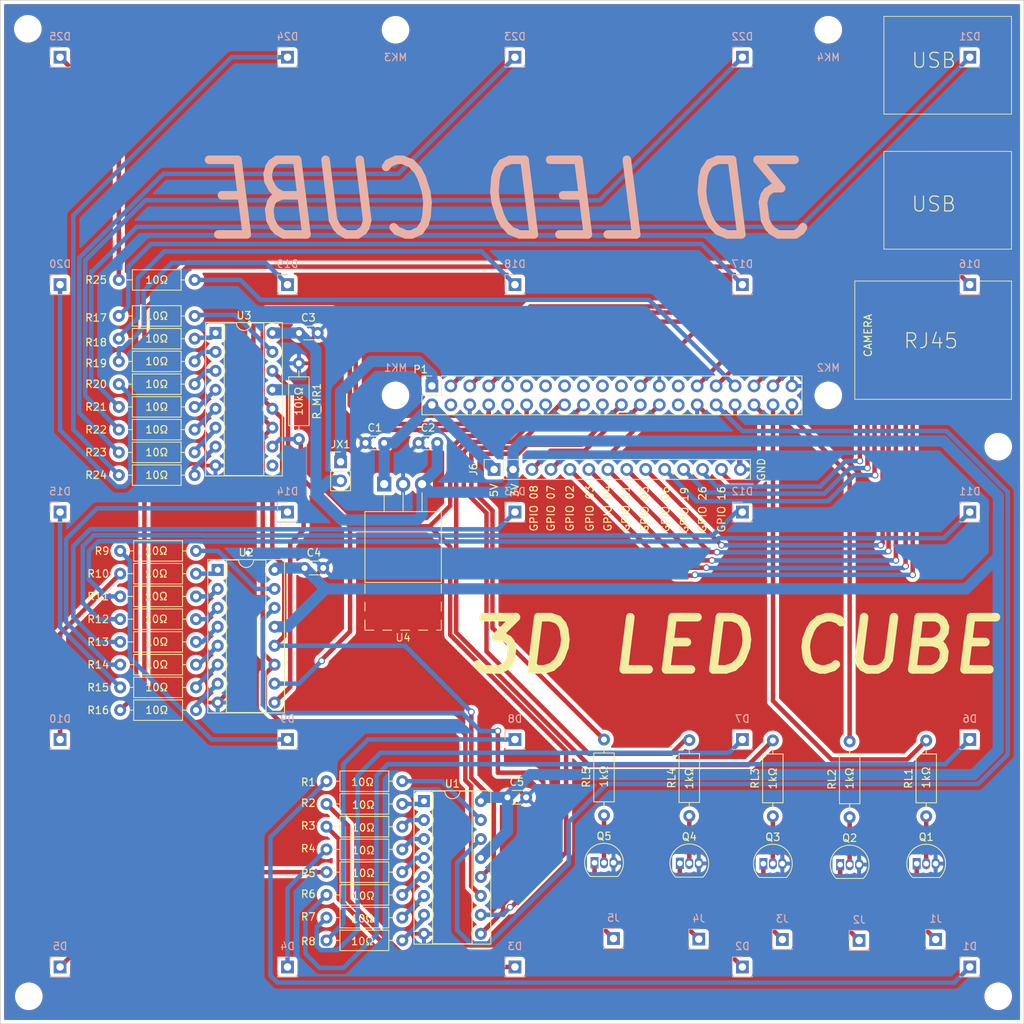
<source format=kicad_pcb>
(kicad_pcb (version 20211014) (generator pcbnew)
  (title_block (date "15 nov 2012"))
  (layers (0 "F.Cu" signal) (31 "B.Cu" signal) (34 "B.Paste" user) (35 "F.Paste" user) (36 "B.SilkS" user "B.Silkscreen") (37 "F.SilkS" user "F.Silkscreen") (38 "B.Mask" user) (39 "F.Mask" user) (44 "Edge.Cuts" user))
  (net 0 "")
  (net 1 "+3.3V")
  (net 2 "+5V")
  (net 3 "GND")
  (net 4 "/ID_SD")
  (net 5 "/ID_SC")
  (net 6 "GPIO2")
  (net 7 "GPIO3")
  (net 8 "GPIO4")
  (net 9 "Net-(D1-Pad1)")
  (net 10 "Net-(D2-Pad1)")
  (net 11 "Net-(D3-Pad1)")
  (net 12 "Net-(D4-Pad1)")
  (net 13 "Net-(D5-Pad1)")
  (net 14 "Net-(D6-Pad1)")
  (net 15 "Net-(D7-Pad1)")
  (net 16 "Net-(J1-Pad1)")
  (net 17 "Net-(J2-Pad1)")
  (net 18 "Net-(J3-Pad1)")
  (net 19 "Net-(J4-Pad1)")
  (net 20 "Net-(J5-Pad1)")
  (net 21 "STCP")
  (net 22 "DS")
  (net 23 "Pin 25")
  (net 24 "SHCP")
  (net 25 "Net-(R1-Pad2)")
  (net 26 "Net-(R2-Pad2)")
  (net 27 "Net-(R3-Pad2)")
  (net 28 "Net-(R4-Pad2)")
  (net 29 "Net-(R5-Pad2)")
  (net 30 "Net-(R6-Pad2)")
  (net 31 "Net-(R7-Pad2)")
  (net 32 "Net-(R8-Pad2)")
  (net 33 "Net-(R9-Pad2)")
  (net 34 "Net-(R10-Pad2)")
  (net 35 "Net-(R11-Pad2)")
  (net 36 "Net-(R12-Pad2)")
  (net 37 "Net-(R13-Pad2)")
  (net 38 "Net-(R14-Pad2)")
  (net 39 "Net-(R15-Pad2)")
  (net 40 "Net-(R16-Pad2)")
  (net 41 "Net-(R17-Pad2)")
  (net 42 "Net-(R18-Pad2)")
  (net 43 "Net-(R19-Pad2)")
  (net 44 "Net-(R20-Pad2)")
  (net 45 "Net-(R21-Pad2)")
  (net 46 "Net-(R22-Pad2)")
  (net 47 "Net-(R23-Pad2)")
  (net 48 "Net-(R24-Pad2)")
  (net 49 "MR")
  (net 50 "Net-(U1-Pad9)")
  (net 51 "Net-(U2-Pad9)")
  (net 53 "Net-(D8-Pad1)")
  (net 54 "Net-(D9-Pad1)")
  (net 55 "Net-(D10-Pad1)")
  (net 56 "Net-(D11-Pad1)")
  (net 57 "Net-(D12-Pad1)")
  (net 58 "Net-(D14-Pad1)")
  (net 59 "Net-(D15-Pad1)")
  (net 60 "Net-(D16-Pad1)")
  (net 61 "Net-(D17-Pad1)")
  (net 62 "Net-(D19-Pad1)")
  (net 63 "Net-(D20-Pad1)")
  (net 64 "Net-(D21-Pad1)")
  (net 65 "Net-(D22-Pad1)")
  (net 66 "Net-(D13-Pad1)")
  (net 67 "Net-(D23-Pad1)")
  (net 68 "Net-(D24-Pad1)")
  (net 69 "/GPIO17(GEN0)")
  (net 70 "/GPIO27(GEN2)")
  (net 71 "Net-(D18-Pad1)")
  (net 72 "/GPIO22(GEN3)")
  (net 73 "Layer 2")
  (net 74 "Layer 3")
  (net 75 "Layer 4")
  (net 76 "Net-(D25-Pad1)")
  (net 77 "Layer 5")
  (net 78 "Layer 1")
  (net 79 "GPIO11")
  (net 80 "GPIO5")
  (net 81 "GPIO6")
  (net 82 "GPIO19")
  (net 83 "GPIO26")
  (net 84 "GPIO16")
  (net 85 "GPIO7")
  (net 86 "GPIO8")
  (net 87 "/GPIO10(SPI0_MOSI)")
  (net 88 "/GPIO9(SPI0_MISO)")
  (net 89 "+3.3V Rasberry")
  (net 90 "Net-(Q1-Pad2)")
  (net 91 "Net-(Q2-Pad2)")
  (net 92 "Net-(Q3-Pad2)")
  (net 93 "Net-(Q4-Pad2)")
  (net 94 "Net-(Q5-Pad2)")
  (footprint "Connector_PinSocket_2.54mm:PinSocket_2x20_P2.54mm_Vertical" (layer "F.Cu") (at 196.894 123.93 90)
    (fp_text reference "P1")
    (fp_text value "Conn_02x20_Odd_Even")
  )
  (footprint "Package_TO_SOT_THT:TO-92_Inline" (layer "F.Cu") (at 230.124 187.919121)
    (fp_text reference "Q4")
    (fp_text value "2N2222A")
  )
  (footprint "Resistor_THT:R_Axial_DIN0207_L6.3mm_D2.5mm_P10.16mm_Horizontal" (layer "F.Cu") (at 155.12412 161.2885)
    (fp_text reference "R14")
    (fp_text value "10")
  )
  (footprint "Resistor_THT:R_Axial_DIN0207_L6.3mm_D2.5mm_P10.16mm_Horizontal" (layer "F.Cu") (at 154.94 114.554)
    (fp_text reference "R17")
    (fp_text value "10")
  )
  (footprint "Resistor_THT:R_Axial_DIN0207_L6.3mm_D2.5mm_P10.16mm_Horizontal" (layer "F.Cu") (at 154.94 129.794)
    (fp_text reference "R22")
    (fp_text value "10")
  )
  (footprint "Resistor_THT:R_Axial_DIN0207_L6.3mm_D2.5mm_P10.16mm_Horizontal" (layer "F.Cu") (at 155.12412 158.2405)
    (fp_text reference "R13")
    (fp_text value "10")
  )
  (footprint "Package_TO_SOT_THT:TO-92_Inline" (layer "F.Cu") (at 218.694 187.833)
    (fp_text reference "Q5")
    (fp_text value "2N2222A")
  )
  (footprint "Resistor_THT:R_Axial_DIN0207_L6.3mm_D2.5mm_P10.16mm_Horizontal" (layer "F.Cu") (at 182.768 186.052)
    (fp_text reference "R4")
    (fp_text value "10")
  )
  (footprint "Resistor_THT:R_Axial_DIN0207_L6.3mm_D2.5mm_P10.16mm_Horizontal" (layer "F.Cu") (at 155.12412 155.1925)
    (fp_text reference "R12")
    (fp_text value "10")
  )
  (footprint "Resistor_THT:R_Axial_DIN0207_L6.3mm_D2.5mm_P10.16mm_Horizontal" (layer "F.Cu") (at 155.12412 146.0485)
    (fp_text reference "R9")
    (fp_text value "10")
  )
  (footprint "Capacitor_THT:C_Disc_D3.0mm_W1.6mm_P2.50mm" (layer "F.Cu") (at 190.5 131.572 180)
    (fp_text reference "C1")
    (fp_text value "0.22μF")
  )
  (footprint "Package_TO_SOT_THT:TO-92_Inline" (layer "F.Cu") (at 251.614 188.087)
    (fp_text reference "Q2")
    (fp_text value "2N2222A")
  )
  (footprint "Resistor_THT:R_Axial_DIN0207_L6.3mm_D2.5mm_P10.16mm_Horizontal" (layer "F.Cu") (at 155.12412 164.3365)
    (fp_text reference "R15")
    (fp_text value "10")
  )
  (footprint "Resistor_THT:R_Axial_DIN0207_L6.3mm_D2.5mm_P10.16mm_Horizontal" (layer "F.Cu") (at 154.94 120.65)
    (fp_text reference "R19")
    (fp_text value "10")
  )
  (footprint "Resistor_THT:R_Axial_DIN0207_L6.3mm_D2.5mm_P10.16mm_Horizontal" (layer "F.Cu") (at 179.07 131.064 90)
    (fp_text reference "R_MR1")
    (fp_text value "10k")
  )
  (footprint "Resistor_THT:R_Axial_DIN0207_L6.3mm_D2.5mm_P10.16mm_Horizontal" (layer "F.Cu") (at 219.964 181.483 90)
    (fp_text reference "RL5")
    (fp_text value "1k")
  )
  (footprint "Resistor_THT:R_Axial_DIN0207_L6.3mm_D2.5mm_P10.16mm_Horizontal" (layer "F.Cu") (at 252.884 181.737 90)
    (fp_text reference "RL2")
    (fp_text value "1k")
  )
  (footprint "Resistor_THT:R_Axial_DIN0207_L6.3mm_D2.5mm_P10.16mm_Horizontal" (layer "F.Cu") (at 182.768 176.908)
    (fp_text reference "R1")
    (fp_text value "10")
  )
  (footprint "Capacitor_THT:C_Disc_D3.0mm_W1.6mm_P2.50mm" (layer "F.Cu") (at 179.09 116.84)
    (fp_text reference "C3")
    (fp_text value "0.1μF")
  )
  (footprint "Resistor_THT:R_Axial_DIN0207_L6.3mm_D2.5mm_P10.16mm_Horizontal" (layer "F.Cu") (at 182.768 198.244)
    (fp_text reference "R8")
    (fp_text value "10")
  )
  (footprint "Resistor_THT:R_Axial_DIN0207_L6.3mm_D2.5mm_P10.16mm_Horizontal" (layer "F.Cu") (at 154.94 132.842)
    (fp_text reference "R23")
    (fp_text value "10")
  )
  (footprint "Resistor_THT:R_Axial_DIN0207_L6.3mm_D2.5mm_P10.16mm_Horizontal" (layer "F.Cu") (at 155.12412 152.1445)
    (fp_text reference "R11")
    (fp_text value "10")
  )
  (footprint "Resistor_THT:R_Axial_DIN0207_L6.3mm_D2.5mm_P10.16mm_Horizontal" (layer "F.Cu") (at 182.768 183.004)
    (fp_text reference "R3")
    (fp_text value "10")
  )
  (footprint "Package_DIP:DIP-16_W7.62mm_Socket" (layer "F.Cu") (at 195.834 179.578)
    (fp_text reference "U1")
    (fp_text value "74HC595")
  )
  (footprint "Resistor_THT:R_Axial_DIN0207_L6.3mm_D2.5mm_P10.16mm_Horizontal" (layer "F.Cu") (at 154.94 109.728)
    (fp_text reference "R25")
    (fp_text value "10")
  )
  (footprint "Resistor_THT:R_Axial_DIN0207_L6.3mm_D2.5mm_P10.16mm_Horizontal" (layer "F.Cu") (at 155.12412 167.3845)
    (fp_text reference "R16")
    (fp_text value "10")
  )
  (footprint "Resistor_THT:R_Axial_DIN0207_L6.3mm_D2.5mm_P10.16mm_Horizontal" (layer "F.Cu") (at 182.768 189.1)
    (fp_text reference "R5")
    (fp_text value "10")
  )
  (footprint "Resistor_THT:R_Axial_DIN0207_L6.3mm_D2.5mm_P10.16mm_Horizontal" (layer "F.Cu") (at 182.768 195.196)
    (fp_text reference "R7")
    (fp_text value "10")
  )
  (footprint "Package_DIP:DIP-16_W7.62mm_Socket" (layer "F.Cu") (at 167.904 116.83)
    (fp_text reference "U3")
    (fp_text value "74HC595")
  )
  (footprint "Package_TO_SOT_THT:TO-92_Inline" (layer "F.Cu") (at 261.874 187.96)
    (fp_text reference "Q1")
    (fp_text value "2N2222A")
  )
  (footprint "Package_TO_SOT_THT:TO-220-3_Horizontal_TabUp" (layer "F.Cu") (at 190.5 137.089)
    (fp_text reference "U4")
    (fp_text value "LF15_TO220")
  )
  (footprint "Capacitor_THT:C_Disc_D3.0mm_W1.6mm_P2.50mm" (layer "F.Cu") (at 207.03 179.07)
    (fp_text reference "C5")
    (fp_text value "0.1μF")
  )
  (footprint "Capacitor_THT:C_Disc_D3.0mm_W1.6mm_P2.50mm" (layer "F.Cu") (at 179.832 148.336)
    (fp_text reference "C4")
    (fp_text value "0.1μF")
  )
  (footprint "Capacitor_THT:C_Disc_D3.0mm_W1.6mm_P2.50mm" (layer "F.Cu") (at 197.612 131.572 180)
    (fp_text reference "C2")
    (fp_text value "10μF")
  )
  (footprint "Resistor_THT:R_Axial_DIN0207_L6.3mm_D2.5mm_P10.16mm_Horizontal" (layer "F.Cu") (at 182.768 179.956)
    (fp_text reference "R2")
    (fp_text value "10")
  )
  (footprint "Package_DIP:DIP-16_W7.62mm_Socket" (layer "F.Cu") (at 168.19012 148.5915)
    (fp_text reference "U2")
    (fp_text value "74HC595")
  )
  (footprint "Resistor_THT:R_Axial_DIN0207_L6.3mm_D2.5mm_P10.16mm_Horizontal" (layer "F.Cu") (at 154.94 117.602)
    (fp_text reference "R18")
    (fp_text value "10")
  )
  (footprint "Connector_PinSocket_2.54mm:PinSocket_1x14_P2.54mm_Vertical" (layer "F.Cu") (at 205.232 135.128 90)
    (fp_text reference "J6")
    (fp_text value "Conn_01x14_Female")
  )
  (footprint "Resistor_THT:R_Axial_DIN0207_L6.3mm_D2.5mm_P10.16mm_Horizontal" (layer "F.Cu") (at 242.590945 181.61 90)
    (fp_text reference "RL3")
    (fp_text value "1k")
  )
  (footprint "Connector_PinHeader_2.54mm:PinHeader_1x02_P2.54mm_Vertical" (layer "F.Cu") (at 184.658 134.107)
    (fp_text reference "JX1")
    (fp_text value "3V Bridge")
  )
  (footprint "Resistor_THT:R_Axial_DIN0207_L6.3mm_D2.5mm_P10.16mm_Horizontal" (layer "F.Cu") (at 231.394 181.569121 90)
    (fp_text reference "RL4")
    (fp_text value "1k")
  )
  (footprint "Resistor_THT:R_Axial_DIN0207_L6.3mm_D2.5mm_P10.16mm_Horizontal" (layer "F.Cu") (at 154.94 123.698)
    (fp_text reference "R20")
    (fp_text value "10")
  )
  (footprint "Package_TO_SOT_THT:TO-92_Inline" (layer "F.Cu") (at 241.320945 187.96)
    (fp_text reference "Q3")
    (fp_text value "2N2222A")
  )
  (footprint "Resistor_THT:R_Axial_DIN0207_L6.3mm_D2.5mm_P10.16mm_Horizontal" (layer "F.Cu") (at 155.12412 149.0965)
    (fp_text reference "R10")
    (fp_text value "10")
  )
  (footprint "Resistor_THT:R_Axial_DIN0207_L6.3mm_D2.5mm_P10.16mm_Horizontal" (layer "F.Cu") (at 182.768 192.148)
    (fp_text reference "R6")
    (fp_text value "10")
  )
  (footprint "Resistor_THT:R_Axial_DIN0207_L6.3mm_D2.5mm_P10.16mm_Horizontal" (layer "F.Cu") (at 154.94 135.89)
    (fp_text reference "R24")
    (fp_text value "10")
  )
  (footprint "Resistor_THT:R_Axial_DIN0207_L6.3mm_D2.5mm_P10.16mm_Horizontal" (layer "F.Cu") (at 154.94 126.746)
    (fp_text reference "R21")
    (fp_text value "10")
  )
  (footprint "Resistor_THT:R_Axial_DIN0207_L6.3mm_D2.5mm_P10.16mm_Horizontal" (layer "F.Cu") (at 263.144 181.61 90)
    (fp_text reference "RL1")
    (fp_text value "1k")
  )
  (footprint "MountingHole:MountingHole_2.7mm_M2.5" (layer "B.Cu") (at 192.024 125.2 180)
    (fp_text reference "MK1")
    (fp_text value "M2.5")
  )
  (footprint "MountingHole:MountingHole_2.7mm_M2.5" (layer "B.Cu") (at 250.024 125.2 180)
    (fp_text reference "MK2")
    (fp_text value "M2.5")
  )
  (footprint "MountingHole:MountingHole_2.7mm_M2.5" (layer "B.Cu") (at 192.024 76.2)
    (fp_text reference "MK3")
    (fp_text value "M2.5")
  )
  (footprint "MountingHole:MountingHole_2.7mm_M2.5" (layer "B.Cu") (at 250.024 76.2)
    (fp_text reference "MK4")
    (fp_text value "M2.5")
  )
  (footprint "Connector_PinSocket_2.54mm:PinSocket_1x01_P2.54mm_Vertical" (layer "B.Cu") (at 177.546 140.843 180)
    (fp_text reference "D14")
    (fp_text value "LED")
  )
  (footprint "Connector_PinSocket_2.54mm:PinSocket_1x01_P2.54mm_Vertical" (layer "B.Cu") (at 208.026 140.843 180)
    (fp_text reference "D13")
    (fp_text value "LED")
  )
  (footprint "MountingHole:MountingHole_2.7mm_M2.5" (layer "B.Cu") (at 272.796 205.74 180)
    (fp_text reference "REF**" hide)
    (fp_text value "MountingHole_2.7mm_M2.5")
  )
  (footprint "Connector_PinSocket_2.54mm:PinSocket_1x01_P2.54mm_Vertical" (layer "B.Cu") (at 268.986 171.323 180)
    (fp_text reference "D6")
    (fp_text value "LED")
  )
  (footprint "Connector_PinSocket_2.54mm:PinSocket_1x01_P2.54mm_Vertical" (layer "B.Cu") (at 264.414 198.12 180)
    (fp_text reference "J1")
    (fp_text value "First Layer")
  )
  (footprint "Connector_PinSocket_2.54mm:PinSocket_1x01_P2.54mm_Vertical" (layer "B.Cu") (at 147.066 79.883 180)
    (fp_text reference "D25")
    (fp_text value "LED")
  )
  (footprint "Connector_PinSocket_2.54mm:PinSocket_1x01_P2.54mm_Vertical" (layer "B.Cu") (at 238.506 171.323 180)
    (fp_text reference "D7")
    (fp_text value "LED")
  )
  (footprint "Connector_PinSocket_2.54mm:PinSocket_1x01_P2.54mm_Vertical" (layer "B.Cu") (at 147.066 140.843 180)
    (fp_text reference "D15")
    (fp_text value "LED")
  )
  (footprint "Connector_PinSocket_2.54mm:PinSocket_1x01_P2.54mm_Vertical" (layer "B.Cu") (at 232.664 198.079121 180)
    (fp_text reference "J4")
    (fp_text value "Fourth Layer")
  )
  (footprint "Connector_PinSocket_2.54mm:PinSocket_1x01_P2.54mm_Vertical" (layer "B.Cu") (at 208.026 79.883 180)
    (fp_text reference "D23")
    (fp_text value "LED")
  )
  (footprint "MountingHole:MountingHole_2.7mm_M2.5" (layer "B.Cu") (at 272.796 132.08 180)
    (fp_text reference "REF**" hide)
    (fp_text value "MountingHole_2.7mm_M2.5")
  )
  (footprint "Connector_PinSocket_2.54mm:PinSocket_1x01_P2.54mm_Vertical" (layer "B.Cu") (at 268.986 79.883 180)
    (fp_text reference "D21")
    (fp_text value "LED")
  )
  (footprint "Connector_PinSocket_2.54mm:PinSocket_1x01_P2.54mm_Vertical" (layer "B.Cu") (at 177.546 79.883 180)
    (fp_text reference "D24")
    (fp_text value "LED")
  )
  (footprint "Connector_PinSocket_2.54mm:PinSocket_1x01_P2.54mm_Vertical" (layer "B.Cu") (at 177.546 110.363 180)
    (fp_text reference "D19")
    (fp_text value "LED")
  )
  (footprint "Connector_PinSocket_2.54mm:PinSocket_1x01_P2.54mm_Vertical" (layer "B.Cu") (at 208.026 171.323 180)
    (fp_text reference "D8")
    (fp_text value "LED")
  )
  (footprint "Connector_PinSocket_2.54mm:PinSocket_1x01_P2.54mm_Vertical" (layer "B.Cu") (at 268.986 110.363 180)
    (fp_text reference "D16")
    (fp_text value "LED")
  )
  (footprint "Connector_PinSocket_2.54mm:PinSocket_1x01_P2.54mm_Vertical" (layer "B.Cu") (at 268.986 201.803 180)
    (fp_text reference "D1")
    (fp_text value "LED")
  )
  (footprint "MountingHole:MountingHole_2.7mm_M2.5" (layer "B.Cu") (at 142.748 76.073 180)
    (fp_text reference "REF**" hide)
    (fp_text value "MountingHole_2.7mm_M2.5")
  )
  (footprint "Connector_PinSocket_2.54mm:PinSocket_1x01_P2.54mm_Vertical" (layer "B.Cu") (at 177.546 201.803 180)
    (fp_text reference "D4")
    (fp_text value "LED")
  )
  (footprint "Connector_PinSocket_2.54mm:PinSocket_1x01_P2.54mm_Vertical" (layer "B.Cu") (at 208.026 110.363 180)
    (fp_text reference "D18")
    (fp_text value "LED")
  )
  (footprint "Connector_PinSocket_2.54mm:PinSocket_1x01_P2.54mm_Vertical" (layer "B.Cu") (at 268.986 140.843 180)
    (fp_text reference "D11")
    (fp_text value "LED")
  )
  (footprint "Connector_PinSocket_2.54mm:PinSocket_1x01_P2.54mm_Vertical" (layer "B.Cu") (at 238.506 79.883 180)
    (fp_text reference "D22")
    (fp_text value "LED")
  )
  (footprint "Connector_PinSocket_2.54mm:PinSocket_1x01_P2.54mm_Vertical" (layer "B.Cu") (at 147.066 201.803 180)
    (fp_text reference "D5")
    (fp_text value "LED")
  )
  (footprint "Connector_PinSocket_2.54mm:PinSocket_1x01_P2.54mm_Vertical" (layer "B.Cu") (at 238.506 110.363 180)
    (fp_text reference "D17")
    (fp_text value "LED")
  )
  (footprint "Connector_PinSocket_2.54mm:PinSocket_1x01_P2.54mm_Vertical" (layer "B.Cu") (at 238.506 140.843 180)
    (fp_text reference "D12")
    (fp_text value "LED")
  )
  (footprint "Connector_PinSocket_2.54mm:PinSocket_1x01_P2.54mm_Vertical" (layer "B.Cu") (at 238.506 201.803 180)
    (fp_text reference "D2")
    (fp_text value "LED")
  )
  (footprint "Connector_PinSocket_2.54mm:PinSocket_1x01_P2.54mm_Vertical" (layer "B.Cu") (at 221.234 197.993 180)
    (fp_text reference "J5")
    (fp_text value "Fifth Layer")
  )
  (footprint "Connector_PinSocket_2.54mm:PinSocket_1x01_P2.54mm_Vertical" (layer "B.Cu") (at 243.860945 198.12 180)
    (fp_text reference "J3")
    (fp_text value "Third Layer")
  )
  (footprint "Connector_PinSocket_2.54mm:PinSocket_1x01_P2.54mm_Vertical" (layer "B.Cu") (at 177.546 171.323 180)
    (fp_text reference "D9")
    (fp_text value "LED")
  )
  (footprint "Connector_PinSocket_2.54mm:PinSocket_1x01_P2.54mm_Vertical" (layer "B.Cu") (at 254.154 198.247 180)
    (fp_text reference "J2")
    (fp_text value "Second Layer")
  )
  (footprint "Connector_PinSocket_2.54mm:PinSocket_1x01_P2.54mm_Vertical" (layer "B.Cu") (at 147.066 171.323 180)
    (fp_text reference "D10")
    (fp_text value "LED")
  )
  (footprint "Connector_PinSocket_2.54mm:PinSocket_1x01_P2.54mm_Vertical" (layer "B.Cu") (at 147.066 110.363 180)
    (fp_text reference "D20")
    (fp_text value "LED")
  )
  (footprint "MountingHole:MountingHole_2.7mm_M2.5" (layer "B.Cu") (at 142.875 205.74 180)
    (fp_text reference "REF**" hide)
    (fp_text value "MountingHole_2.7mm_M2.5")
  )
  (footprint "Connector_PinSocket_2.54mm:PinSocket_1x01_P2.54mm_Vertical" (layer "B.Cu") (at 208.026 201.803 180)
    (fp_text reference "D3")
    (fp_text value "LED")
  )
  (gr_line (start 253.574 109.88) (end 267.589 109.88) (layer "F.SilkS") (width 0.1))
  (gr_line (start 274.574 92.505) (end 274.574 105.605) (layer "F.SilkS") (width 0.1))
  (gr_line (start 257.474 87.510925) (end 257.474 74.410925) (layer "F.SilkS") (width 0.1))
  (gr_line (start 257.474 74.410925) (end 274.574 74.410925) (layer "F.SilkS") (width 0.1))
  (gr_line (start 274.574 109.88) (end 274.574 125.73) (layer "F.SilkS") (width 0.1))
  (gr_line (start 253.574 125.73) (end 253.574 109.88) (layer "F.SilkS") (width 0.1))
  (gr_line (start 274.574 105.605) (end 257.474 105.605) (layer "F.SilkS") (width 0.1))
  (gr_line (start 274.574 74.410925) (end 274.574 87.510925) (layer "F.SilkS") (width 0.1))
  (gr_line (start 270.256 109.88) (end 274.5965 109.88) (layer "F.SilkS") (width 0.1))
  (gr_line (start 274.574 87.510925) (end 257.474 87.510925) (layer "F.SilkS") (width 0.1))
  (gr_line (start 274.574 125.73) (end 253.574 125.73) (layer "F.SilkS") (width 0.1))
  (gr_line (start 257.474 105.605) (end 257.474 92.505) (layer "F.SilkS") (width 0.1))
  (gr_line (start 257.474 92.505) (end 274.574 92.505) (layer "F.SilkS") (width 0.1))
  (gr_line (start 139.065 72.263) (end 276.225 72.263) (layer "Edge.Cuts") (width 0.1))
  (gr_line (start 276.225 72.263) (end 276.225 209.423) (layer "Edge.Cuts") (width 0.1))
  (gr_line (start 139.065 209.423) (end 139.065 72.263) (layer "Edge.Cuts") (width 0.1))
  (gr_line (start 276.225 209.423) (end 139.065 209.423) (layer "Edge.Cuts") (width 0.1))
  (gr_text "3D LED CUBE" (at 207.264 99.06) (layer "B.SilkS") (effects (font (size 10 8) (thickness 1.15) italic) (justify mirror)))
  (gr_text "GPIO 26" (at 233.172 140.462 90) (layer "F.SilkS") (effects (font (size 1 1))))
  (gr_text "3D LED CUBE" (at 237.49 158.75) (layer "F.SilkS") (effects (font (size 7 7) (thickness 1.15) italic)))
  (gr_text "3V" (at 208.026 137.922 90) (layer "F.SilkS") (effects (font (size 1 1))))
  (gr_text "1kΩ" (at 219.964 176.276 90) (layer "F.SilkS") (effects (font (size 1 1))))
  (gr_text "10Ω" (at 187.706 180.086) (layer "F.SilkS") (effects (font (size 1 1))))
  (gr_text "10kΩ" (at 179.07 125.984 90) (layer "F.SilkS") (effects (font (size 1 1))))
  (gr_text "GPIO 04" (at 220.472 140.335 90) (layer "F.SilkS") (effects (font (size 1 1))))
  (gr_text "10Ω" (at 160.02 117.602) (layer "F.SilkS") (effects (font (size 1 1))))
  (gr_text "CAMERA" (at 255.346 117.182 90) (layer "F.SilkS") (effects (font (size 1 1))))
  (gr_text "10Ω" (at 160.02 120.65) (layer "F.SilkS") (effects (font (size 1 1))))
  (gr_text "10Ω" (at 159.95012 146.0485) (layer "F.SilkS") (effects (font (size 1 1))))
  (gr_text "GPIO 06" (at 228.219 140.462 90) (layer "F.SilkS") (effects (font (size 1 1))))
  (gr_text "10Ω" (at 160.02 126.746) (layer "F.SilkS") (effects (font (size 1 1))))
  (gr_text "1kΩ" (at 231.394 176.53 90) (layer "F.SilkS") (effects (font (size 1 1))))
  (gr_text "10Ω" (at 160.02 114.554) (layer "F.SilkS") (effects (font (size 1 1))))
  (gr_text "1kΩ" (at 242.590945 176.53 90) (layer "F.SilkS") (effects (font (size 1 1))))
  (gr_text "10Ω" (at 187.706 183.134) (layer "F.SilkS") (effects (font (size 1 1))))
  (gr_text "1kΩ" (at 252.884 176.53 90) (layer "F.SilkS") (effects (font (size 1 1))))
  (gr_text "GND" (at 241.046 135.128 90) (layer "F.SilkS") (effects (font (size 1 1))))
  (gr_text "10Ω" (at 159.95012 155.1925) (layer "F.SilkS") (effects (font (size 1 1))))
  (gr_text "10Ω" (at 187.594 195.326) (layer "F.SilkS") (effects (font (size 1 1))))
  (gr_text "USB" (at 264.16 80.303) (layer "F.SilkS") (effects (font (size 2 2))))
  (gr_text "10Ω" (at 159.95012 149.098) (layer "F.SilkS") (effects (font (size 1 1))))
  (gr_text "10Ω" (at 160.02 129.794) (layer "F.SilkS") (effects (font (size 1 1))))
  (gr_text "1kΩ" (at 263.144 176.403 90) (layer "F.SilkS") (effects (font (size 1 1))))
  (gr_text "GPIO 16" (at 235.712 140.462 90) (layer "F.SilkS") (effects (font (size 1 1))))
  (gr_text "GPIO 19" (at 230.759 140.589 90) (layer "F.SilkS") (effects (font (size 1 1))))
  (gr_text "10Ω" (at 160.02 164.338) (layer "F.SilkS") (effects (font (size 1 1))))
  (gr_text "USB" (at 264.16 99.568) (layer "F.SilkS") (effects (font (size 2 2))))
  (gr_text "10Ω" (at 160.02 109.728) (layer "F.SilkS") (effects (font (size 1 1))))
  (gr_text "10Ω" (at 187.594 177.038) (layer "F.SilkS") (effects (font (size 1 1))))
  (gr_text "10Ω" (at 160.02 161.29) (layer "F.SilkS") (effects (font (size 1 1))))
  (gr_text "10Ω" (at 160.02 123.698) (layer "F.SilkS") (effects (font (size 1 1))))
  (gr_text "GPIO 11" (at 222.885 140.335 90) (layer "F.SilkS") (effects (font (size 1 1))))
  (gr_text "GPIO 08" (at 210.566 140.335 90) (layer "F.SilkS") (effects (font (size 1 1))))
  (gr_text "10Ω" (at 187.594 198.374) (layer "F.SilkS") (effects (font (size 1 1))))
  (gr_text "RJ45" (at 263.774 117.895) (layer "F.SilkS") (effects (font (size 2 2))))
  (gr_text "10Ω" (at 160.02 132.842) (layer "F.SilkS") (effects (font (size 1 1))))
  (gr_text "10Ω" (at 160.02 167.386) (layer "F.SilkS") (effects (font (size 1 1))))
  (gr_text "10Ω" (at 160.02 158.242) (layer "F.SilkS") (effects (font (size 1 1))))
  (gr_text "GPIO 05" (at 225.425 140.462 90) (layer "F.SilkS") (effects (font (size 1 1))))
  (gr_text "10Ω" (at 187.706 192.278) (layer "F.SilkS") (effects (font (size 1 1))))
  (gr_text "10Ω" (at 159.95012 152.1445) (layer "F.SilkS") (effects (font (size 1 1))))
  (gr_text "10Ω" (at 187.706 189.23) (layer "F.SilkS") (effects (font (size 1 1))))
  (gr_text "GPIO 07" (at 212.852 140.335 90) (layer "F.SilkS") (effects (font (size 1 1))))
  (gr_text "10Ω" (at 187.706 186.182) (layer "F.SilkS") (effects (font (size 1 1))))
  (gr_text "GPIO 02" (at 215.392 140.335 90) (layer "F.SilkS") (effects (font (size 1 1))))
  (gr_text "GPIO 03" (at 218.059 140.335 90) (layer "F.SilkS") (effects (font (size 1 1))))
  (gr_text "10Ω" (at 160.02 135.89) (layer "F.SilkS") (effects (font (size 1 1))))
  (gr_text "5V" (at 205.232 137.922 90) (layer "F.SilkS") (effects (font (size 1 1))))
  (segment (start 272.796 141.24448) (end 272.796 146.812) (width 1.5) (layer "B.Cu") (net 1))
  (segment (start 181.356 125.73) (end 180.076 124.45) (width 1.5) (layer "B.Cu") (net 1))
  (segment (start 203.962 179.07) (end 203.454 179.578) (width 1.5) (layer "B.Cu") (net 1))
  (segment (start 207.03 179.07) (end 207.03 183.622) (width 1.5) (layer "B.Cu") (net 1))
  (segment (start 197.612 135.057) (end 195.58 137.089) (width 1.5) (layer "B.Cu") (net 1))
  (segment (start 177.5445 156.2115) (end 182.626 151.13) (width 1.5) (layer "B.Cu") (net 1))
  (segment (start 207.772 135.128) (end 207.772 137.16) (width 1.5) (layer "B.Cu") (net 1))
  (segment (start 268.478 151.13) (end 182.626 151.13) (width 1.5) (layer "B.Cu") (net 1))
  (segment (start 206.756 138.176) (end 196.667 138.176) (width 1.5) (layer "B.Cu") (net 1))
  (segment (start 269.48652 176.02948) (end 261.62 176.02948) (width 1.5) (layer "B.Cu") (net 1))
  (segment (start 181.356 138.43) (end 181.356 125.73) (width 1.5) (layer "B.Cu") (net 1))
  (segment (start 272.796 146.812) (end 272.796 172.72) (width 1.5) (layer "B.Cu") (net 1))
  (segment (start 181.356 119.106) (end 179.09 116.84) (width 1.5) (layer "B.Cu") (net 1))
  (segment (start 179.832 148.336) (end 176.06562 148.336) (width 1.5) (layer "B.Cu") (net 1))
  (segment (start 207.772 132.588) (end 209.042 131.318) (width 1.5) (layer "B.Cu") (net 1))
  (segment (start 179.09 116.84) (end 175.534 116.84) (width 1.5) (layer "B.Cu") (net 1))
  (segment (start 222.00348 176.02948) (end 210.07052 176.02948) (width 1.5) (layer "B.Cu") (net 1))
  (segment (start 272.81648 138.70448) (end 272.81648 141.224) (width 1.5) (layer "B.Cu") (net 1))
  (segment (start 265.43 131.318) (end 272.81648 138.70448) (width 1.5) (layer "B.Cu") (net 1))
  (segment (start 196.667 138.176) (end 195.58 137.089) (width 1.5) (layer "B.Cu") (net 1))
  (segment (start 261.62 176.02948) (end 222.00348 176.02948) (width 1.5) (layer "B.Cu") (net 1))
  (segment (start 194.903571 141.900429) (end 184.826429 141.900429) (width 1.5) (layer "B.Cu") (net 1))
  (segment (start 184.826429 141.900429) (end 181.356 138.43) (width 1.5) (layer "B.Cu") (net 1))
  (segment (start 176.06562 148.336) (end 175.81012 148.5915) (width 1.5) (layer "B.Cu") (net 1))
  (segment (start 195.58 137.089) (end 195.58 141.224) (width 1.5) (layer "B.Cu") (net 1))
  (segment (start 182.626 151.13) (end 179.832 148.336) (width 1.5) (layer "B.Cu") (net 1))
  (segment (start 272.81648 141.224) (end 272.796 141.24448) (width 1.5) (layer "B.Cu") (net 1))
  (segment (start 195.58 141.224) (end 194.903571 141.900429) (width 1.5) (layer "B.Cu") (net 1))
  (segment (start 180.076 124.45) (end 175.524 124.45) (width 1.5) (layer "B.Cu") (net 1))
  (segment (start 272.034 173.482) (end 269.48652 176.02948) (width 1.5) (layer "B.Cu") (net 1))
  (segment (start 272.796 146.812) (end 268.478 151.13) (width 1.5) (layer "B.Cu") (net 1))
  (segment (start 207.772 137.16) (end 206.756 138.176) (width 1.5) (layer "B.Cu") (net 1))
  (segment (start 209.042 131.318) (end 265.43 131.318) (width 1.5) (layer "B.Cu") (net 1))
  (segment (start 207.03 179.07) (end 203.962 179.07) (width 1.5) (layer "B.Cu") (net 1))
  (segment (start 184.658 136.647) (end 183.139 136.647) (width 1.5) (layer "B.Cu") (net 1))
  (segment (start 207.03 183.622) (end 203.454 187.198) (width 1.5) (layer "B.Cu") (net 1))
  (segment (start 272.796 172.72) (end 272.034 173.482) (width 1.5) (layer "B.Cu") (net 1))
  (segment (start 197.612 131.572) (end 197.612 135.057) (width 1.5) (layer "B.Cu") (net 1))
  (segment (start 210.07052 176.02948) (end 207.03 179.07) (width 1.5) (layer "B.Cu") (net 1))
  (segment (start 175.81012 156.2115) (end 177.5445 156.2115) (width 1.5) (layer "B.Cu") (net 1))
  (segment (start 181.356 125.73) (end 181.356 119.106) (width 1.5) (layer "B.Cu") (net 1))
  (segment (start 183.139 136.647) (end 181.356 138.43) (width 1.5) (layer "B.Cu") (net 1))
  (segment (start 207.772 135.128) (end 207.772 132.588) (width 1.5) (layer "B.Cu") (net 1))
  (segment (start 196.894 126.47) (end 196.894 126.79) (width 1.5) (layer "B.Cu") (net 2))
  (segment (start 196.894 126.79) (end 205.232 135.128) (width 1.5) (layer "B.Cu") (net 2))
  (segment (start 190.5 131.572) (end 190.5 137.089) (width 1.5) (layer "B.Cu") (net 2))
  (segment (start 196.894 126.47) (end 191.792 131.572) (width 1.5) (layer "B.Cu") (net 2))
  (segment (start 191.792 131.572) (end 190.5 131.572) (width 1.5) (layer "B.Cu") (net 2))
  (segment (start 172.212 162.34962) (end 168.19012 166.3715) (width 0.6) (layer "F.Cu") (net 3))
  (segment (start 172.212 146.304) (end 172.212 162.34962) (width 0.6) (layer "F.Cu") (net 3))
  (segment (start 238.105 132.121) (end 232.454 126.47) (width 0.6) (layer "F.Cu") (net 3))
  (segment (start 238.105 135.382) (end 238.105 132.121) (width 0.6) (layer "F.Cu") (net 3))
  (segment (start 179.324 121.158) (end 179.07 120.904) (width 0.6) (layer "F.Cu") (net 3))
  (via (at 172.212 146.304) (size 0.9) (drill 0.6) (layers "F.Cu" "B.Cu") (net 3))
  (segment (start 180.3 146.304) (end 172.212 146.304) (width 0.6) (layer "B.Cu") (net 3))
  (segment (start 182.332 148.336) (end 180.3 146.304) (width 0.6) (layer "B.Cu") (net 3))
  (segment (start 210.08 113.284) (end 199.434 123.93) (width 0.6) (layer "F.Cu") (net 6))
  (segment (start 261.366 121.158) (end 261.366 120.396) (width 0.6) (layer "F.Cu") (net 6))
  (segment (start 261.366 120.396) (end 254.254 113.284) (width 0.6) (layer "F.Cu") (net 6))
  (segment (start 261.330092 149.25088) (end 261.330092 121.193908) (width 0.6) (layer "F.Cu") (net 6))
  (segment (start 254.254 113.284) (end 210.08 113.284) (width 0.6) (layer "F.Cu") (net 6))
  (segment (start 232.05488 149.352) (end 232.156 149.25088) (width 0.6) (layer "F.Cu") (net 6))
  (segment (start 229.108 148.844) (end 229.616 149.352) (width 0.6) (layer "F.Cu") (net 6))
  (segment (start 261.330092 121.193908) (end 261.366 121.158) (width 0.6) (layer "F.Cu") (net 6))
  (segment (start 229.616 149.352) (end 232.05488 149.352) (width 0.6) (layer "F.Cu") (net 6))
  (segment (start 215.392 135.128) (end 229.108 148.844) (width 0.6) (layer "F.Cu") (net 6))
  (via (at 261.330092 149.25088) (size 0.9) (drill 0.6) (layers "F.Cu" "B.Cu") (net 6))
  (via (at 232.156 149.25088) (size 0.9) (drill 0.6) (layers "F.Cu" "B.Cu") (net 6))
  (segment (start 232.156 149.25088) (end 261.330092 149.25088) (width 0.6) (layer "B.Cu") (net 6))
  (segment (start 211.800654 114.103346) (end 201.974 123.93) (width 0.6) (layer "F.Cu") (net 7))
  (segment (start 260.380592 148.082) (end 260.380592 120.541284) (width 0.6) (layer "F.Cu") (net 7))
  (segment (start 260.380592 120.541284) (end 253.942654 114.103346) (width 0.6) (layer "F.Cu") (net 7))
  (segment (start 253.942654 114.103346) (end 211.800654 114.103346) (width 0.6) (layer "F.Cu") (net 7))
  (segment (start 231.10538 148.30138) (end 217.932 135.128) (width 0.6) (layer "F.Cu") (net 7))
  (segment (start 233.68 148.30138) (end 231.10538 148.30138) (width 0.6) (layer "F.Cu") (net 7))
  (via (at 233.68 148.30138) (size 0.9) (drill 0.6) (layers "F.Cu" "B.Cu") (net 7))
  (via (at 260.380592 148.082) (size 0.9) (drill 0.6) (layers "F.Cu" "B.Cu") (net 7))
  (segment (start 260.126592 148.336) (end 233.71462 148.336) (width 0.6) (layer "B.Cu") (net 7))
  (segment (start 233.71462 148.336) (end 233.68 148.30138) (width 0.6) (layer "B.Cu") (net 7))
  (segment (start 260.380592 148.082) (end 260.126592 148.336) (width 0.6) (layer "B.Cu") (net 7))
  (segment (start 220.472 135.128) (end 232.664 147.32) (width 0.6) (layer "F.Cu") (net 8))
  (segment (start 213.128 115.316) (end 204.514 123.93) (width 0.6) (layer "F.Cu") (net 8))
  (segment (start 232.664 147.32) (end 234.442 147.32) (width 0.6) (layer "F.Cu") (net 8))
  (segment (start 259.08 121.043308) (end 253.352692 115.316) (width 0.6) (layer "F.Cu") (net 8))
  (segment (start 259.08 147.319981) (end 259.08 121.043308) (width 0.6) (layer "F.Cu") (net 8))
  (segment (start 253.352692 115.316) (end 213.128 115.316) (width 0.6) (layer "F.Cu") (net 8))
  (via (at 259.08 147.319981) (size 0.9) (drill 0.6) (layers "F.Cu" "B.Cu") (net 8))
  (via (at 234.442 147.32) (size 0.9) (drill 0.6) (layers "F.Cu" "B.Cu") (net 8))
  (segment (start 259.08 147.319981) (end 259.079981 147.32) (width 0.6) (layer "B.Cu") (net 8))
  (segment (start 259.079981 147.32) (end 234.442 147.32) (width 0.6) (layer "B.Cu") (net 8))
  (segment (start 182.768 176.908) (end 175.26 184.416) (width 0.6) (layer "B.Cu") (net 9))
  (segment (start 175.26 184.416) (end 175.26 202.946) (width 0.6) (layer "B.Cu") (net 9))
  (segment (start 266.88696 203.90204) (end 268.986 201.803) (width 0.6) (layer "B.Cu") (net 9))
  (segment (start 176.21604 203.90204) (end 266.88696 203.90204) (width 0.6) (layer "B.Cu") (net 9))
  (segment (start 175.26 202.946) (end 176.21604 203.90204) (width 0.6) (layer "B.Cu") (net 9))
  (segment (start 236.728 200.025) (end 192.871213 200.025) (width 0.6) (layer "F.Cu") (net 10))
  (segment (start 192.871213 200.025) (end 185.674 192.827787) (width 0.6) (layer "F.Cu") (net 10))
  (segment (start 238.506 201.803) (end 236.728 200.025) (width 0.6) (layer "F.Cu") (net 10))
  (segment (start 185.674 192.827787) (end 185.674 182.862) (width 0.6) (layer "F.Cu") (net 10))
  (segment (start 185.674 182.862) (end 182.768 179.956) (width 0.6) (layer "F.Cu") (net 10))
  (segment (start 193.518521 201.803) (end 194.691 201.803) (width 0.6) (layer "F.Cu") (net 11))
  (segment (start 184.404 192.688479) (end 193.518521 201.803) (width 0.6) (layer "F.Cu") (net 11))
  (segment (start 184.404 184.64) (end 182.768 183.004) (width 0.6) (layer "F.Cu") (net 11))
  (segment (start 184.404 184.64) (end 184.404 192.688479) (width 0.6) (layer "F.Cu") (net 11))
  (segment (start 208.026 201.803) (end 194.649213 201.803) (width 0.6) (layer "F.Cu") (net 11))
  (segment (start 182.768 186.052) (end 177.546 191.274) (width 0.6) (layer "B.Cu") (net 12))
  (segment (start 177.546 191.274) (end 177.546 201.803) (width 0.6) (layer "B.Cu") (net 12))
  (segment (start 159.769 189.1) (end 147.066 201.803) (width 0.6) (layer "F.Cu") (net 13))
  (segment (start 182.768 189.1) (end 159.769 189.1) (width 0.6) (layer "F.Cu") (net 13))
  (segment (start 189.484 197.485) (end 189.484 176.149) (width 0.6) (layer "B.Cu") (net 14))
  (segment (start 181.864 201.93) (end 185.039 201.93) (width 0.6) (layer "B.Cu") (net 14))
  (segment (start 179.959 200.025) (end 181.864 201.93) (width 0.6) (layer "B.Cu") (net 14))
  (segment (start 185.039 201.93) (end 189.484 197.485) (width 0.6) (layer "B.Cu") (net 14))
  (segment (start 191.008 174.625) (end 265.684 174.625) (width 0.6) (layer "B.Cu") (net 14))
  (segment (start 189.484 176.149) (end 191.008 174.625) (width 0.6) (layer "B.Cu") (net 14))
  (segment (start 265.684 174.625) (end 268.986 171.323) (width 0.6) (layer "B.Cu") (net 14))
  (segment (start 179.959 194.957) (end 179.959 200.025) (width 0.6) (layer "B.Cu") (net 14))
  (segment (start 182.768 192.148) (end 179.959 194.957) (width 0.6) (layer "B.Cu") (net 14))
  (segment (start 186.944 196.85) (end 186.944 176.149) (width 0.6) (layer "B.Cu") (net 15))
  (segment (start 182.017511 199.543511) (end 184.250489 199.543511) (width 0.6) (layer "B.Cu") (net 15))
  (segment (start 186.944 176.149) (end 189.992 173.101) (width 0.6) (layer "B.Cu") (net 15))
  (segment (start 181.468489 198.994489) (end 182.017511 199.543511) (width 0.6) (layer "B.Cu") (net 15))
  (segment (start 189.992 173.101) (end 236.728 173.101) (width 0.6) (layer "B.Cu") (net 15))
  (segment (start 184.250489 199.543511) (end 186.944 196.85) (width 0.6) (layer "B.Cu") (net 15))
  (segment (start 236.728 173.101) (end 238.506 171.323) (width 0.6) (layer "B.Cu") (net 15))
  (segment (start 181.468489 196.495511) (end 181.468489 198.994489) (width 0.6) (layer "B.Cu") (net 15))
  (segment (start 182.768 195.196) (end 181.468489 196.495511) (width 0.6) (layer "B.Cu") (net 15))
  (segment (start 264.414 198.12) (end 261.874 195.58) (width 0.6) (layer "F.Cu") (net 16))
  (segment (start 261.874 195.58) (end 261.874 187.96) (width 0.6) (layer "F.Cu") (net 16))
  (segment (start 254.154 198.247) (end 251.614 195.707) (width 0.6) (layer "F.Cu") (net 17))
  (segment (start 251.614 195.707) (end 251.614 188.087) (width 0.6) (layer "F.Cu") (net 17))
  (segment (start 241.320945 195.58) (end 241.320945 187.96) (width 0.6) (layer "F.Cu") (net 18))
  (segment (start 243.860945 198.12) (end 241.320945 195.58) (width 0.6) (layer "F.Cu") (net 18))
  (segment (start 230.124 195.539121) (end 230.124 187.919121) (width 0.6) (layer "F.Cu") (net 19))
  (segment (start 232.664 198.079121) (end 230.124 195.539121) (width 0.6) (layer "F.Cu") (net 19))
  (segment (start 221.234 197.993) (end 218.694 195.453) (width 0.6) (layer "F.Cu") (net 20))
  (segment (start 218.694 195.453) (end 218.694 187.833) (width 0.6) (layer "F.Cu") (net 20))
  (segment (start 175.006 114.808) (end 174.224489 115.589511) (width 0.6) (layer "F.Cu") (net 21))
  (segment (start 189.152828 129.83152) (end 188.68448 129.363172) (width 0.6) (layer "F.Cu") (net 21))
  (segment (start 174.224489 125.700489) (end 176.823511 128.299511) (width 0.6) (layer "F.Cu") (net 21))
  (segment (start 188.68448 129.363172) (end 188.68448 129.293385) (width 0.6) (layer "F.Cu") (net 21))
  (segment (start 177.109631 148.053224) (end 177.109631 157.451989) (width 0.6) (layer "F.Cu") (net 21))
  (segment (start 175.514 138.176) (end 175.514 146.457593) (width 0.6) (layer "F.Cu") (net 21))
  (segment (start 176.823511 128.299511) (end 176.823511 136.866489) (width 0.6) (layer "F.Cu") (net 21))
  (segment (start 205.19448 179.480693) (end 205.19448 187.99752) (width 0.6) (layer "F.Cu") (net 21))
  (segment (start 202.184 176.470213) (end 205.19448 179.480693) (width 0.6) (layer "F.Cu") (net 21))
  (segment (start 188.68448 129.293385) (end 185.89048 126.499385) (width 0.6) (layer "F.Cu") (net 21))
  (segment (start 207.054 126.47) (end 207.054 129.75) (width 0.6) (layer "F.Cu") (net 21))
  (segment (start 175.514 146.457593) (end 177.109631 148.053224) (width 0.6) (layer "F.Cu") (net 21))
  (segment (start 185.89048 126.499385) (end 185.89048 117.81848) (width 0.6) (layer "F.Cu") (net 21))
  (segment (start 205.19448 187.99752) (end 203.454 189.738) (width 0.6) (layer "F.Cu") (net 21))
  (segment (start 176.823511 136.866489) (end 175.514 138.176) (width 0.6) (layer "F.Cu") (net 21))
  (segment (start 207.054 129.75) (end 206.97248 129.83152) (width 0.6) (layer "F.Cu") (net 21))
  (segment (start 202.184 167.64) (end 202.184 176.470213) (width 0.6) (layer "F.Cu") (net 21))
  (segment (start 206.97248 129.83152) (end 189.152828 129.83152) (width 0.6) (layer "F.Cu") (net 21))
  (segment (start 177.109631 157.451989) (end 175.81012 158.7515) (width 0.6) (layer "F.Cu") (net 21))
  (segment (start 182.88 114.808) (end 175.006 114.808) (width 0.6) (layer "F.Cu") (net 21))
  (segment (start 174.224489 115.589511) (end 174.224489 125.700489) (width 0.6) (layer "F.Cu") (net 21))
  (segment (start 185.89048 117.81848) (end 182.88 114.808) (width 0.6) (layer "F.Cu") (net 21))
  (via (at 202.184 167.64) (size 0.9) (drill 0.6) (layers "F.Cu" "B.Cu") (net 21))
  (segment (start 193.2955 158.7515) (end 202.184 167.64) (width 0.6) (layer "B.Cu") (net 21))
  (segment (start 175.81012 158.7515) (end 193.2955 158.7515) (width 0.6) (layer "B.Cu") (net 21))
  (segment (start 220.32 177.279) (end 270.104 177.279) (width 0.6) (layer "B.Cu") (net 22))
  (segment (start 238.501969 129.977969) (end 234.994 126.47) (width 0.6) (layer "B.Cu") (net 22))
  (segment (start 274.066 173.317) (end 274.066 138.176) (width 0.6) (layer "B.Cu") (net 22))
  (segment (start 265.867969 129.977969) (end 238.501969 129.977969) (width 0.6) (layer "B.Cu") (net 22))
  (segment (start 200.279 187.833) (end 200.279 196.85) (width 0.6) (layer "B.Cu") (net 22))
  (segment (start 270.104 177.279) (end 274.066 173.317) (width 0.6) (layer "B.Cu") (net 22))
  (segment (start 215.24 182.359) (end 220.32 177.279) (width 0.6) (layer "B.Cu") (net 22))
  (segment (start 274.066 138.176) (end 265.867969 129.977969) (width 0.6) (layer "B.Cu") (net 22))
  (segment (start 204.529489 198.657511) (end 215.24 187.947) (width 0.6) (layer "B.Cu") (net 22))
  (segment (start 202.086511 198.657511) (end 204.529489 198.657511) (width 0.6) (layer "B.Cu") (net 22))
  (segment (start 203.454 184.658) (end 200.279 187.833) (width 0.6) (layer "B.Cu") (net 22))
  (segment (start 200.279 196.85) (end 202.086511 198.657511) (width 0.6) (layer "B.Cu") (net 22))
  (segment (start 215.24 187.947) (end 215.24 182.359) (width 0.6) (layer "B.Cu") (net 22))
  (segment (start 225.999 112.395) (end 237.534 123.93) (width 0.6) (layer "B.Cu") (net 23))
  (segment (start 171.245787 109.728) (end 173.912787 112.395) (width 0.6) (layer "B.Cu") (net 23))
  (segment (start 165.1 109.728) (end 171.245787 109.728) (width 0.6) (layer "B.Cu") (net 23))
  (segment (start 173.912787 112.395) (end 225.999 112.395) (width 0.6) (layer "B.Cu") (net 23))
  (segment (start 204.514 126.47) (end 204.514 127.718) (width 0.6) (layer "F.Cu") (net 24))
  (segment (start 172.974 126.99) (end 175.524 129.54) (width 0.6) (layer "F.Cu") (net 24))
  (segment (start 202.154489 177.571394) (end 202.154489 190.978489) (width 0.6) (layer "F.Cu") (net 24))
  (segment (start 175.81012 161.2915) (end 174.510609 162.591011) (width 0.6) (layer "F.Cu") (net 24))
  (segment (start 202.154489 190.978489) (end 203.454 192.278) (width 0.6) (layer "F.Cu") (net 24))
  (segment (start 174.510609 166.909776) (end 176.510833 168.91) (width 0.6) (layer "F.Cu") (net 24))
  (segment (start 201.38448 170.65048) (end 201.38448 176.801385) (width 0.6) (layer "F.Cu") (net 24))
  (segment (start 186.69 117.094) (end 183.520009 113.924009) (width 0.6) (layer "F.Cu") (net 24))
  (segment (start 174.510609 162.591011) (end 174.510609 166.909776) (width 0.6) (layer "F.Cu") (net 24))
  (segment (start 174.224489 130.839511) (end 174.224489 159.705869) (width 0.6) (layer "F.Cu") (net 24))
  (segment (start 201.38448 176.801385) (end 202.154489 177.571394) (width 0.6) (layer "F.Cu") (net 24))
  (segment (start 189.484 128.962213) (end 186.69 126.168213) (width 0.6) (layer "F.Cu") (net 24))
  (segment (start 175.524 129.54) (end 174.224489 130.839511) (width 0.6) (layer "F.Cu") (net 24))
  (segment (start 172.974 115.709308) (end 172.974 126.99) (width 0.6) (layer "F.Cu") (net 24))
  (segment (start 183.520009 113.924009) (end 174.759299 113.924009) (width 0.6) (layer "F.Cu") (net 24))
  (segment (start 189.484 129.032) (end 189.484 128.962213) (width 0.6) (layer "F.Cu") (net 24))
  (segment (start 186.69 126.168213) (end 186.69 117.094) (width 0.6) (layer "F.Cu") (net 24))
  (segment (start 203.2 129.032) (end 189.484 129.032) (width 0.6) (layer "F.Cu") (net 24))
  (segment (start 204.514 127.718) (end 203.2 129.032) (width 0.6) (layer "F.Cu") (net 24))
  (segment (start 199.644 168.91) (end 201.38448 170.65048) (width 0.6) (layer "F.Cu") (net 24))
  (segment (start 174.759299 113.924009) (end 172.974 115.709308) (width 0.6) (layer "F.Cu") (net 24))
  (segment (start 174.224489 159.705869) (end 175.81012 161.2915) (width 0.6) (layer "F.Cu") (net 24))
  (segment (start 176.510833 168.91) (end 199.644 168.91) (width 0.6) (layer "F.Cu") (net 24))
  (segment (start 203.454 182.118) (end 198.244 176.908) (width 0.6) (layer "B.Cu") (net 25))
  (segment (start 198.244 176.908) (end 192.928 176.908) (width 0.6) (layer "B.Cu") (net 25))
  (segment (start 192.928 179.956) (end 195.456 179.956) (width 0.6) (layer "B.Cu") (net 26))
  (segment (start 195.456 179.956) (end 195.834 179.578) (width 0.6) (layer "B.Cu") (net 26))
  (segment (start 193.814 182.118) (end 192.928 183.004) (width 0.6) (layer "B.Cu") (net 27))
  (segment (start 195.834 182.118) (end 193.814 182.118) (width 0.6) (layer "B.Cu") (net 27))
  (segment (start 194.322 184.658) (end 192.928 186.052) (width 0.6) (layer "B.Cu") (net 28))
  (segment (start 195.834 184.658) (end 194.322 184.658) (width 0.6) (layer "B.Cu") (net 28))
  (segment (start 194.83 187.198) (end 192.928 189.1) (width 0.6) (layer "B.Cu") (net 29))
  (segment (start 195.834 187.198) (end 194.83 187.198) (width 0.6) (layer "B.Cu") (net 29))
  (segment (start 195.338 189.738) (end 192.928 192.148) (width 0.6) (layer "B.Cu") (net 30))
  (segment (start 195.834 189.738) (end 195.338 189.738) (width 0.6) (layer "B.Cu") (net 30))
  (segment (start 195.834 192.29) (end 192.928 195.196) (width 0.6) (layer "B.Cu") (net 31))
  (segment (start 195.834 192.278) (end 195.834 192.29) (width 0.6) (layer "B.Cu") (net 31))
  (segment (start 195.834 195.338) (end 192.928 198.244) (width 0.6) (layer "B.Cu") (net 32))
  (segment (start 195.834 194.818) (end 195.834 195.338) (width 0.6) (layer "B.Cu") (net 32))
  (segment (start 168.246142 146.0485) (end 173.329142 151.1315) (width 0.6) (layer "B.Cu") (net 33))
  (segment (start 165.28412 146.0485) (end 168.246142 146.0485) (width 0.6) (layer "B.Cu") (net 33))
  (segment (start 173.329142 151.1315) (end 175.81012 151.1315) (width 0.6) (layer "B.Cu") (net 33))
  (segment (start 165.28412 149.0965) (end 167.68512 149.0965) (width 0.6) (layer "B.Cu") (net 34))
  (segment (start 167.68512 149.0965) (end 168.19012 148.5915) (width 0.6) (layer "B.Cu") (net 34))
  (segment (start 165.28412 152.1445) (end 167.17712 152.1445) (width 0.6) (layer "B.Cu") (net 35))
  (segment (start 167.17712 152.1445) (end 168.19012 151.1315) (width 0.6) (layer "B.Cu") (net 35))
  (segment (start 165.28412 155.1925) (end 166.66912 155.1925) (width 0.6) (layer "B.Cu") (net 36))
  (segment (start 166.66912 155.1925) (end 168.19012 153.6715) (width 0.6) (layer "B.Cu") (net 36))
  (segment (start 166.16112 158.2405) (end 168.19012 156.2115) (width 0.6) (layer "B.Cu") (net 37))
  (segment (start 165.28412 158.2405) (end 166.16112 158.2405) (width 0.6) (layer "B.Cu") (net 37))
  (segment (start 165.28412 161.2885) (end 165.65312 161.2885) (width 0.6) (layer "B.Cu") (net 38))
  (segment (start 165.65312 161.2885) (end 168.19012 158.7515) (width 0.6) (layer "B.Cu") (net 38))
  (segment (start 165.28412 164.3365) (end 165.28412 164.1975) (width 0.6) (layer "B.Cu") (net 39))
  (segment (start 165.28412 164.1975) (end 168.19012 161.2915) (width 0.6) (layer "B.Cu") (net 39))
  (segment (start 165.28412 166.7375) (end 168.19012 163.8315) (width 0.6) (layer "B.Cu") (net 40))
  (segment (start 165.28412 167.3845) (end 165.28412 166.7375) (width 0.6) (layer "B.Cu") (net 40))
  (segment (start 175.519 119.38) (end 175.524 119.38) (width 0.6) (layer "B.Cu") (net 41))
  (segment (start 164.998 114.424) (end 170.563 114.424) (width 0.6) (layer "B.Cu") (net 41))
  (segment (start 170.563 114.424) (end 175.519 119.38) (width 0.6) (layer "B.Cu") (net 41))
  (segment (start 164.998 117.472) (end 167.272 117.472) (width 0.6) (layer "B.Cu") (net 42))
  (segment (start 167.272 117.472) (end 167.904 116.84) (width 0.6) (layer "B.Cu") (net 42))
  (segment (start 166.138 119.38) (end 164.998 120.52) (width 0.6) (layer "B.Cu") (net 43))
  (segment (start 167.904 119.38) (end 166.138 119.38) (width 0.6) (layer "B.Cu") (net 43))
  (segment (start 167.904 121.92) (end 166.646 121.92) (width 0.6) (layer "B.Cu") (net 44))
  (segment (start 166.646 121.92) (end 164.998 123.568) (width 0.6) (layer "B.Cu") (net 44))
  (segment (start 165.1 126.746) (end 165.608 126.746) (width 0.6) (layer "B.Cu") (net 45))
  (segment (start 165.608 126.746) (end 167.904 124.45) (width 0.6) (layer "B.Cu") (net 45))
  (segment (start 165.1 129.794) (end 167.904 126.99) (width 0.6) (layer "B.Cu") (net 46))
  (segment (start 167.904 129.54) (end 167.904 129.784) (width 0.6) (layer "B.Cu") (net 47))
  (segment (start 167.904 129.784) (end 164.998 132.69) (width 0.6) (layer "B.Cu") (net 47))
  (segment (start 164.998 132.69) (end 164.998 132.712) (width 0.6) (layer "B.Cu") (net 47))
  (segment (start 167.904 132.08) (end 164.998 134.986) (width 0.6) (layer "B.Cu") (net 48))
  (segment (start 164.998 134.986) (end 164.998 135.773) (width 0.6) (layer "B.Cu") (net 48))
  (segment (start 199.35248 145.50448) (end 199.35248 157.303172) (width 0.6) (layer "F.Cu") (net 49))
  (segment (start 179.324 136.144) (end 179.324 131.074) (width 0.6) (layer "F.Cu") (net 49))
  (segment (start 182.118 160.655) (end 185.928 156.845) (width 0.6) (layer "F.Cu") (net 49))
  (segment (start 214.884 186.436) (end 207.518 193.802) (width 0.6) (layer "F.Cu") (net 49))
  (segment (start 190.5 142.748) (end 185.928 142.748) (width 0.6) (layer "F.Cu") (net 49))
  (segment (start 199.35248 157.303172) (end 214.884 172.834692) (width 0.6) (layer "F.Cu") (net 49))
  (segment (start 199.35248 139.99152) (end 196.596 142.748) (width 0.6) (layer "F.Cu") (net 49))
  (segment (start 209.594 128.340692) (end 207.303652 130.63104) (width 0.6) (layer "F.Cu") (net 49))
  (segment (start 196.596 142.748) (end 190.5 142.748) (width 0.6) (layer "F.Cu") (net 49))
  (segment (start 185.928 156.845) (end 185.928 142.748) (width 0.6) (layer "F.Cu") (net 49))
  (segment (start 196.596 142.748) (end 199.35248 145.50448) (width 0.6) (layer "F.Cu") (net 49))
  (segment (start 207.518 193.802) (end 207.391 193.802) (width 0.6) (layer "F.Cu") (net 49))
  (segment (start 209.594 126.47) (end 209.594 128.340692) (width 0.6) (layer "F.Cu") (net 49))
  (segment (start 201.09296 130.63104) (end 199.35248 132.37152) (width 0.6) (layer "F.Cu") (net 49))
  (segment (start 182.118 160.782) (end 182.118 160.655) (width 0.6) (layer "F.Cu") (net 49))
  (segment (start 214.884 172.834692) (end 214.884 186.436) (width 0.6) (layer "F.Cu") (net 49))
  (segment (start 207.303652 130.63104) (end 201.09296 130.63104) (width 0.6) (layer "F.Cu") (net 49))
  (segment (start 199.35248 132.37152) (end 199.35248 139.99152) (width 0.6) (layer "F.Cu") (net 49))
  (segment (start 185.928 142.748) (end 179.324 136.144) (width 0.6) (layer "F.Cu") (net 49))
  (via (at 207.391 193.802) (size 0.9) (drill 0.6) (layers "F.Cu" "B.Cu") (net 49))
  (via (at 182.118 160.782) (size 0.9) (drill 0.6) (layers "F.Cu" "B.Cu") (net 49))
  (segment (start 182.118 160.782) (end 179.0685 163.8315) (width 0.6) (layer "B.Cu") (net 49))
  (segment (start 179.0685 163.8315) (end 175.81012 163.8315) (width 0.6) (layer "B.Cu") (net 49))
  (segment (start 206.502 194.691) (end 206.502 194.818) (width 0.6) (layer "B.Cu") (net 49))
  (segment (start 207.391 193.802) (end 206.502 194.691) (width 0.6) (layer "B.Cu") (net 49))
  (segment (start 179.314 131.064) (end 176.54 131.064) (width 0.6) (layer "B.Cu") (net 49))
  (segment (start 203.454 194.818) (end 206.502 194.818) (width 0.6) (layer "B.Cu") (net 49))
  (segment (start 176.54 131.064) (end 175.524 132.08) (width 0.6) (layer "B.Cu") (net 49))
  (segment (start 210.566 175.768) (end 211.836 177.038) (width 0.6) (layer "F.Cu") (net 50))
  (segment (start 206.441489 194.370511) (end 203.454 197.358) (width 0.6) (layer "F.Cu") (net 50))
  (segment (start 205.74 170.18) (end 205.74 175.768) (width 0.6) (layer "F.Cu") (net 50))
  (segment (start 205.74 175.768) (end 210.566 175.768) (width 0.6) (layer "F.Cu") (net 50))
  (segment (start 211.836 188.014188) (end 206.441489 193.408699) (width 0.6) (layer "F.Cu") (net 50))
  (segment (start 206.441489 193.408699) (end 206.441489 194.370511) (width 0.6) (layer "F.Cu") (net 50))
  (segment (start 211.836 177.038) (end 211.836 188.014188) (width 0.6) (layer "F.Cu") (net 50))
  (via (at 205.74 170.18) (size 0.9) (drill 0.6) (layers "F.Cu" "B.Cu") (net 50))
  (segment (start 203.381188 170.18) (end 200.968188 167.767) (width 0.6) (layer "B.Cu") (net 50))
  (segment (start 174.244 166.643167) (end 174.244 155.23762) (width 0.6) (layer "B.Cu") (net 50))
  (segment (start 174.244 155.23762) (end 175.81012 153.6715) (width 0.6) (layer "B.Cu") (net 50))
  (segment (start 205.74 170.18) (end 203.381188 170.18) (width 0.6) (layer "B.Cu") (net 50))
  (segment (start 200.968188 167.767) (end 175.367833 167.767) (width 0.6) (layer "B.Cu") (net 50))
  (segment (start 175.367833 167.767) (end 174.244 166.643167) (width 0.6) (layer "B.Cu") (net 50))
  (segment (start 177.909151 164.272469) (end 175.81012 166.3715) (width 0.6) (layer "F.Cu") (net 51))
  (segment (start 175.524 121.92) (end 175.524 121.93) (width 0.6) (layer "F.Cu") (net 51))
  (segment (start 177.623031 136.983031) (end 179.705 139.065) (width 0.6) (layer "F.Cu") (net 51))
  (segment (start 175.524 121.93) (end 177.623031 124.029031) (width 0.6) (layer "F.Cu") (net 51))
  (segment (start 179.705 139.065) (end 179.705 143.22648) (width 0.6) (layer "F.Cu") (net 51))
  (segment (start 179.705 143.22648) (end 177.909151 145.022329) (width 0.6) (layer "F.Cu") (net 51))
  (segment (start 177.909151 145.022329) (end 177.909151 164.272469) (width 0.6) (layer "F.Cu") (net 51))
  (segment (start 177.623031 124.029031) (end 177.623031 136.983031) (width 0.6) (layer "F.Cu") (net 51))
  (segment (start 182.768 198.244) (end 185.039 195.973) (width 0.6) (layer "B.Cu") (net 53))
  (segment (start 185.039 174.625) (end 188.341 171.323) (width 0.6) (layer "B.Cu") (net 53))
  (segment (start 188.341 171.323) (end 208.026 171.323) (width 0.6) (layer "B.Cu") (net 53))
  (segment (start 185.039 195.973) (end 185.039 174.625) (width 0.6) (layer "B.Cu") (net 53))
  (segment (start 167.384833 171.323) (end 177.546 171.323) (width 0.6) (layer "B.Cu") (net 54))
  (segment (start 155.12412 146.0485) (end 156.423631 147.348011) (width 0.6) (layer "B.Cu") (net 54))
  (segment (start 156.423631 147.348011) (end 156.423631 160.361798) (width 0.6) (layer "B.Cu") (net 54))
  (segment (start 156.423631 160.361798) (end 167.384833 171.323) (width 0.6) (layer "B.Cu") (net 54))
  (segment (start 155.12412 149.0965) (end 147.066 157.15462) (width 0.6) (layer "F.Cu") (net 55))
  (segment (start 147.066 157.15462) (end 147.066 171.323) (width 0.6) (layer "F.Cu") (net 55))
  (segment (start 153.19802 152.1445) (end 150.91352 149.86) (width 0.6) (layer "B.Cu") (net 56))
  (segment (start 150.91352 149.86) (end 150.91352 146.05) (width 0.6) (layer "B.Cu") (net 56))
  (segment (start 234.877188 144.78) (end 235.318699 144.338489) (width 0.6) (layer "B.Cu") (net 56))
  (segment (start 152.214531 144.748989) (end 165.822396 144.748989) (width 0.6) (layer "B.Cu") (net 56))
  (segment (start 165.822396 144.748989) (end 165.853407 144.78) (width 0.6) (layer "B.Cu") (net 56))
  (segment (start 235.318699 144.338489) (end 265.490511 144.338489) (width 0.6) (layer "B.Cu") (net 56))
  (segment (start 165.853407 144.78) (end 234.877188 144.78) (width 0.6) (layer "B.Cu") (net 56))
  (segment (start 150.91352 146.05) (end 152.214531 144.748989) (width 0.6) (layer "B.Cu") (net 56))
  (segment (start 265.490511 144.338489) (end 268.986 140.843) (width 0.6) (layer "B.Cu") (net 56))
  (segment (start 155.12412 152.1445) (end 153.19802 152.1445) (width 0.6) (layer "B.Cu") (net 56))
  (segment (start 151.579531 143.949469) (end 166.153568 143.949469) (width 0.6) (layer "B.Cu") (net 57))
  (segment (start 150.114 145.415) (end 151.579531 143.949469) (width 0.6) (layer "B.Cu") (net 57))
  (segment (start 234.546016 143.98048) (end 237.683496 140.843) (width 0.6) (layer "B.Cu") (net 57))
  (segment (start 152.2715 155.1925) (end 150.114 153.035) (width 0.6) (layer "B.Cu") (net 57))
  (segment (start 166.184579 143.98048) (end 234.546016 143.98048) (width 0.6) (layer "B.Cu") (net 57))
  (segment (start 166.153568 143.949469) (end 166.184579 143.98048) (width 0.6) (layer "B.Cu") (net 57))
  (segment (start 237.683496 140.843) (end 238.506 140.843) (width 0.6) (layer "B.Cu") (net 57))
  (segment (start 150.114 153.035) (end 150.114 145.415) (width 0.6) (layer "B.Cu") (net 57))
  (segment (start 155.12412 155.1925) (end 152.2715 155.1925) (width 0.6) (layer "B.Cu") (net 57))
  (segment (start 147.86552 155.575) (end 147.86552 144.48848) (width 0.6) (layer "B.Cu") (net 58))
  (segment (start 177.038 140.335) (end 177.546 140.843) (width 0.6) (layer "B.Cu") (net 58))
  (segment (start 152.019 140.335) (end 177.038 140.335) (width 0.6) (layer "B.Cu") (net 58))
  (segment (start 153.57902 161.2885) (end 147.86552 155.575) (width 0.6) (layer "B.Cu") (net 58))
  (segment (start 147.86552 144.48848) (end 152.019 140.335) (width 0.6) (layer "B.Cu") (net 58))
  (segment (start 177.546 140.462) (end 177.546 140.843) (width 0.6) (layer "B.Cu") (net 58))
  (segment (start 155.12412 161.2885) (end 153.57902 161.2885) (width 0.6) (layer "B.Cu") (net 58))
  (segment (start 147.066 156.27838) (end 147.066 140.843) (width 0.6) (layer "B.Cu") (net 59))
  (segment (start 155.12412 164.3365) (end 147.066 156.27838) (width 0.6) (layer "B.Cu") (net 59))
  (segment (start 155.12412 167.3845) (end 158.369 164.13962) (width 0.6) (layer "F.Cu") (net 60))
  (segment (start 158.369 164.13962) (end 158.369 113.665) (width 0.6) (layer "F.Cu") (net 60))
  (segment (start 266.573 107.95) (end 268.986 110.363) (width 0.6) (layer "F.Cu") (net 60))
  (segment (start 164.084 107.95) (end 266.573 107.95) (width 0.6) (layer "F.Cu") (net 60))
  (segment (start 158.369 113.665) (end 164.084 107.95) (width 0.6) (layer "F.Cu") (net 60))
  (segment (start 156.21 113.284) (end 156.21 110.744) (width 0.6) (layer "B.Cu") (net 61))
  (segment (start 154.94 114.554) (end 156.21 113.284) (width 0.6) (layer "B.Cu") (net 61))
  (segment (start 156.239511 107.920489) (end 159.258 104.902) (width 0.6) (layer "B.Cu") (net 61))
  (segment (start 156.21 110.744) (end 156.239511 110.714489) (width 0.6) (layer "B.Cu") (net 61))
  (segment (start 159.258 104.902) (end 233.045 104.902) (width 0.6) (layer "B.Cu") (net 61))
  (segment (start 233.045 104.902) (end 238.506 110.363) (width 0.6) (layer "B.Cu") (net 61))
  (segment (start 156.239511 110.714489) (end 156.239511 107.920489) (width 0.6) (layer "B.Cu") (net 61))
  (segment (start 174.625 107.442) (end 177.546 110.363) (width 0.6) (layer "B.Cu") (net 62))
  (segment (start 154.94 120.65) (end 154.94 118.901511) (width 0.6) (layer "B.Cu") (net 62))
  (segment (start 162.052 107.442) (end 174.625 107.442) (width 0.6) (layer "B.Cu") (net 62))
  (segment (start 155.478276 118.901511) (end 158.27952 116.100267) (width 0.6) (layer "B.Cu") (net 62))
  (segment (start 154.94 118.901511) (end 155.478276 118.901511) (width 0.6) (layer "B.Cu") (net 62))
  (segment (start 158.27952 111.21448) (end 162.052 107.442) (width 0.6) (layer "B.Cu") (net 62))
  (segment (start 158.27952 116.100267) (end 158.27952 111.21448) (width 0.6) (layer "B.Cu") (net 62))
  (segment (start 156.464 125.194) (end 156.464 136.652) (width 0.6) (layer "B.Cu") (net 63))
  (segment (start 147.066 129.853787) (end 147.066 110.363) (width 0.6) (layer "B.Cu") (net 63))
  (segment (start 154.626213 137.414) (end 147.066 129.853787) (width 0.6) (layer "B.Cu") (net 63))
  (segment (start 155.702 137.414) (end 154.626213 137.414) (width 0.6) (layer "B.Cu") (net 63))
  (segment (start 156.464 136.652) (end 155.702 137.414) (width 0.6) (layer "B.Cu") (net 63))
  (segment (start 154.838 123.568) (end 156.464 125.194) (width 0.6) (layer "B.Cu") (net 63))
  (segment (start 246.253 102.616) (end 268.986 79.883) (width 0.6) (layer "B.Cu") (net 64))
  (segment (start 154.94 126.746) (end 154.94 126.718) (width 0.6) (layer "B.Cu") (net 64))
  (segment (start 151.384 108.585) (end 157.353 102.616) (width 0.6) (layer "B.Cu") (net 64))
  (segment (start 151.24256 123.02056) (end 151.24256 108.585) (width 0.6) (layer "B.Cu") (net 64))
  (segment (start 151.24256 108.585) (end 151.384 108.585) (width 0.6) (layer "B.Cu") (net 64))
  (segment (start 154.94 126.718) (end 151.24256 123.02056) (width 0.6) (layer "B.Cu") (net 64))
  (segment (start 157.353 102.616) (end 246.253 102.616) (width 0.6) (layer "B.Cu") (net 64))
  (segment (start 150.44304 125.26904) (end 150.44304 107.11296) (width 0.6) (layer "B.Cu") (net 65))
  (segment (start 154.94 129.766) (end 150.44304 125.26904) (width 0.6) (layer "B.Cu") (net 65))
  (segment (start 150.44304 107.11296) (end 158.496 99.06) (width 0.6) (layer "B.Cu") (net 65))
  (segment (start 219.329 99.06) (end 238.506 79.883) (width 0.6) (layer "B.Cu") (net 65))
  (segment (start 158.496 99.06) (end 219.329 99.06) (width 0.6) (layer "B.Cu") (net 65))
  (segment (start 154.94 129.794) (end 154.94 129.766) (width 0.6) (layer "B.Cu") (net 65))
  (segment (start 148.844 145.415) (end 151.109051 143.149949) (width 0.6) (layer "B.Cu") (net 66))
  (segment (start 148.844 154.94) (end 148.844 145.415) (width 0.6) (layer "B.Cu") (net 66))
  (segment (start 205.719051 143.149949) (end 208.026 140.843) (width 0.6) (layer "B.Cu") (net 66))
  (segment (start 151.109051 143.149949) (end 205.719051 143.149949) (width 0.6) (layer "B.Cu") (net 66))
  (segment (start 155.12412 158.2405) (end 152.1445 158.2405) (width 0.6) (layer "B.Cu") (net 66))
  (segment (start 152.1445 158.2405) (end 148.844 154.94) (width 0.6) (layer "B.Cu") (net 66))
  (segment (start 154.838 132.712) (end 154.81 132.712) (width 0.6) (layer "B.Cu") (net 67))
  (segment (start 149.64352 106.781788) (end 160.921308 95.504) (width 0.6) (layer "B.Cu") (net 67))
  (segment (start 149.64352 127.54552) (end 149.64352 106.781788) (width 0.6) (layer "B.Cu") (net 67))
  (segment (start 160.921308 95.504) (end 192.405 95.504) (width 0.6) (layer "B.Cu") (net 67))
  (segment (start 192.405 95.504) (end 208.026 79.883) (width 0.6) (layer "B.Cu") (net 67))
  (segment (start 154.81 132.712) (end 149.64352 127.54552) (width 0.6) (layer "B.Cu") (net 67))
  (segment (start 148.844 129.779) (end 148.844 101.092) (width 0.6) (layer "B.Cu") (net 68))
  (segment (start 170.053 79.883) (end 177.546 79.883) (width 0.6) (layer "B.Cu") (net 68))
  (segment (start 154.838 135.773) (end 148.844 129.779) (width 0.6) (layer "B.Cu") (net 68))
  (segment (start 148.844 101.092) (end 170.053 79.883) (width 0.6) (layer "B.Cu") (net 68))
  (segment (start 154.94 117.602) (end 154.94 117.37) (width 0.6) (layer "B.Cu") (net 71))
  (segment (start 157.48 114.83) (end 157.48 109.474) (width 0.6) (layer "B.Cu") (net 71))
  (segment (start 157.48 109.474) (end 161.036 105.918) (width 0.6) (layer "B.Cu") (net 71))
  (segment (start 154.94 117.37) (end 157.48 114.83) (width 0.6) (layer "B.Cu") (net 71))
  (segment (start 161.036 105.918) (end 203.581 105.918) (width 0.6) (layer "B.Cu") (net 71))
  (segment (start 203.581 105.918) (end 208.026 110.363) (width 0.6) (layer "B.Cu") (net 71))
  (segment (start 252.884 135.924) (end 252.884 171.577) (width 0.6) (layer "F.Cu") (net 73))
  (segment (start 245.154 128.194) (end 245.154 126.47) (width 0.6) (layer "F.Cu") (net 73))
  (segment (start 252.884 135.924) (end 245.154 128.194) (width 0.6) (layer "F.Cu") (net 73))
  (segment (start 214.674 126.47) (end 214.042498 126.47) (width 0.6) (layer "F.Cu") (net 74))
  (segment (start 217.932 174.752) (end 239.288945 174.752) (width 0.6) (layer "F.Cu") (net 74))
  (segment (start 239.288945 174.752) (end 242.590945 171.45) (width 0.6) (layer "F.Cu") (net 74))
  (segment (start 207.634824 131.43056) (end 201.424132 131.43056) (width 0.6) (layer "F.Cu") (net 74))
  (segment (start 210.254212 128.811172) (end 207.634824 131.43056) (width 0.6) (layer "F.Cu") (net 74))
  (segment (start 200.152 132.702692) (end 200.152 156.972) (width 0.6) (layer "F.Cu") (net 74))
  (segment (start 214.042498 126.47) (end 211.701326 128.811172) (width 0.6) (layer "F.Cu") (net 74))
  (segment (start 201.424132 131.43056) (end 200.152 132.702692) (width 0.6) (layer "F.Cu") (net 74))
  (segment (start 211.701326 128.811172) (end 210.254212 128.811172) (width 0.6) (layer "F.Cu") (net 74))
  (segment (start 200.152 156.972) (end 217.932 174.752) (width 0.6) (layer "F.Cu") (net 74))
  (segment (start 228.981 173.228) (end 217.932 173.228) (width 0.6) (layer "F.Cu") (net 75))
  (segment (start 201.755304 132.23008) (end 208.105304 132.23008) (width 0.6) (layer "F.Cu") (net 75))
  (segment (start 210.724692 129.610692) (end 214.073308 129.610692) (width 0.6) (layer "F.Cu") (net 75))
  (segment (start 201.168 132.817384) (end 201.755304 132.23008) (width 0.6) (layer "F.Cu") (net 75))
  (segment (start 214.073308 129.610692) (end 217.214 126.47) (width 0.6) (layer "F.Cu") (net 75))
  (segment (start 230.886 171.323) (end 228.981 173.228) (width 0.6) (layer "F.Cu") (net 75))
  (segment (start 204.216 140.97) (end 201.168 137.922) (width 0.6) (layer "F.Cu") (net 75))
  (segment (start 201.168 137.922) (end 201.168 132.817384) (width 0.6) (layer "F.Cu") (net 75))
  (segment (start 208.105304 132.23008) (end 210.724692 129.610692) (width 0.6) (layer "F.Cu") (net 75))
  (segment (start 217.932 173.228) (end 204.216 159.512) (width 0.6) (layer "F.Cu") (net 75))
  (segment (start 204.216 159.512) (end 204.216 140.97) (width 0.6) (layer "F.Cu") (net 75))
  (segment (start 154.94 109.728) (end 154.94 87.757) (width 0.6) (layer "F.Cu") (net 76))
  (segment (start 154.94 87.757) (end 147.066 79.883) (width 0.6) (layer "F.Cu") (net 76))
  (segment (start 216.938 131.826) (end 222.294 126.47) (width 0.6) (layer "F.Cu") (net 77))
  (segment (start 202.184 137.807308) (end 202.184 133.0296) (width 0.6) (layer "F.Cu") (net 77))
  (segment (start 208.436476 133.0296) (end 209.640076 131.826) (width 0.6) (layer "F.Cu") (net 77))
  (segment (start 205.01552 140.638828) (end 202.184 137.807308) (width 0.6) (layer "F.Cu") (net 77))
  (segment (start 209.640076 131.826) (end 216.938 131.826) (width 0.6) (layer "F.Cu") (net 77))
  (segment (start 202.184 133.0296) (end 208.436476 133.0296) (width 0.6) (layer "F.Cu") (net 77))
  (segment (start 219.964 171.323) (end 205.01552 156.37452) (width 0.6) (layer "F.Cu") (net 77))
  (segment (start 205.01552 156.37452) (end 205.01552 140.638828) (width 0.6) (layer "F.Cu") (net 77))
  (segment (start 263.144 171.45) (end 260.604 173.99) (width 0.6) (layer "F.Cu") (net 78))
  (segment (start 250.444 173.99) (end 242.614 166.16) (width 0.6) (layer "F.Cu") (net 78))
  (segment (start 260.604 173.99) (end 250.444 173.99) (width 0.6) (layer "F.Cu") (net 78))
  (segment (start 242.614 166.16) (end 242.614 126.47) (width 0.6) (layer "F.Cu") (net 78))
  (segment (start 235.102106 146.202841) (end 234.086841 146.202841) (width 0.6) (layer "F.Cu") (net 79))
  (segment (start 258.10152 121.19552) (end 253.238 116.332) (width 0.6) (layer "F.Cu") (net 79))
  (segment (start 258.10152 146.01248) (end 258.10152 121.19552) (width 0.6) (layer "F.Cu") (net 79))
  (segment (start 234.086841 146.202841) (end 223.266 135.382) (width 0.6) (layer "F.Cu") (net 79))
  (segment (start 223.266 135.382) (end 222.865 135.382) (width 0.6) (layer "F.Cu") (net 79))
  (segment (start 258.064 146.05) (end 258.10152 146.01248) (width 0.6) (layer "F.Cu") (net 79))
  (segment (start 232.432 116.332) (end 224.834 123.93) (width 0.6) (layer "F.Cu") (net 79))
  (segment (start 253.238 116.332) (end 232.432 116.332) (width 0.6) (layer "F.Cu") (net 79))
  (via (at 235.102106 146.202841) (size 0.9) (drill 0.6) (layers "F.Cu" "B.Cu") (net 79))
  (via (at 258.064 146.05) (size 0.9) (drill 0.6) (layers "F.Cu" "B.Cu") (net 79))
  (segment (start 257.876489 146.237511) (end 235.136776 146.237511) (width 0.6) (layer "B.Cu") (net 79))
  (segment (start 258.064 146.05) (end 257.876489 146.237511) (width 0.6) (layer "B.Cu") (net 79))
  (segment (start 235.136776 146.237511) (end 235.102106 146.202841) (width 0.6) (layer "B.Cu") (net 79))
  (segment (start 257.048 145.287989) (end 257.302 145.033989) (width 0.6) (layer "F.Cu") (net 80))
  (segment (start 235.712 145.288) (end 225.806 135.382) (width 0.6) (layer "F.Cu") (net 80))
  (segment (start 257.302 145.033989) (end 257.302 121.666) (width 0.6) (layer "F.Cu") (net 80))
  (segment (start 252.984 117.348) (end 239.036 117.348) (width 0.6) (layer "F.Cu") (net 80))
  (segment (start 239.036 117.348) (end 232.454 123.93) (width 0.6) (layer "F.Cu") (net 80))
  (segment (start 257.302 121.666) (end 252.984 117.348) (width 0.6) (layer "F.Cu") (net 80))
  (segment (start 225.806 135.382) (end 225.405 135.382) (width 0.6) (layer "F.Cu") (net 80))
  (via (at 257.048 145.287989) (size 0.9) (drill 0.6) (layers "F.Cu" "B.Cu") (net 80))
  (via (at 235.712 145.288) (size 0.9) (drill 0.6) (layers "F.Cu" "B.Cu") (net 80))
  (segment (start 257.047989 145.288) (end 257.048 145.287989) (width 0.6) (layer "B.Cu") (net 80))
  (segment (start 235.712 145.288) (end 257.047989 145.288) (width 0.6) (layer "B.Cu") (net 80))
  (segment (start 256.286 135.89) (end 256.219511 135.823511) (width 0.6) (layer "F.Cu") (net 81))
  (segment (start 252.476 118.618) (end 240.306 118.618) (width 0.6) (layer "F.Cu") (net 81))
  (segment (start 256.219511 122.361511) (end 252.476 118.618) (width 0.6) (layer "F.Cu") (net 81))
  (segment (start 256.219511 135.823511) (end 256.219511 122.361511) (width 0.6) (layer "F.Cu") (net 81))
  (segment (start 240.306 118.618) (end 234.994 123.93) (width 0.6) (layer "F.Cu") (net 81))
  (via (at 256.286 135.89) (size 0.9) (drill 0.6) (layers "F.Cu" "B.Cu") (net 81))
  (segment (start 253.489853 135.89) (end 250.000342 139.379511) (width 0.6) (layer "B.Cu") (net 81))
  (segment (start 250.000342 139.379511) (end 232.343511 139.379511) (width 0.6) (layer "B.Cu") (net 81))
  (segment (start 232.343511 139.379511) (end 228.346 135.382) (width 0.6) (layer "B.Cu") (net 81))
  (segment (start 256.286 135.89) (end 253.489853 135.89) (width 0.6) (layer "B.Cu") (net 81))
  (segment (start 228.346 135.382) (end 227.945 135.382) (width 0.6) (layer "B.Cu") (net 81))
  (segment (start 255.27 122.936) (end 251.968 119.634) (width 0.6) (layer "F.Cu") (net 82))
  (segment (start 255.27 134.9405) (end 255.27 122.936) (width 0.6) (layer "F.Cu") (net 82))
  (segment (start 251.968 119.634) (end 244.37 119.634) (width 0.6) (layer "F.Cu") (net 82))
  (segment (start 244.37 119.634) (end 240.074 123.93) (width 0.6) (layer "F.Cu") (net 82))
  (via (at 255.27 134.9405) (size 0.9) (drill 0.6) (layers "F.Cu" "B.Cu") (net 82))
  (segment (start 252.9175 134.9405) (end 249.494489 138.363511) (width 0.6) (layer "B.Cu") (net 82))
  (segment (start 233.71752 138.21352) (end 230.886 135.382) (width 0.6) (layer "B.Cu") (net 82))
  (segment (start 255.27 134.9405) (end 252.9175 134.9405) (width 0.6) (layer "B.Cu") (net 82))
  (segment (start 249.494489 138.363511) (end 236.115991 138.363511) (width 0.6) (layer "B.Cu") (net 82))
  (segment (start 236.115991 138.363511) (end 235.966 138.21352) (width 0.6) (layer "B.Cu") (net 82))
  (segment (start 235.966 138.21352) (end 233.71752 138.21352) (width 0.6) (layer "B.Cu") (net 82))
  (segment (start 230.886 135.382) (end 230.485 135.382) (width 0.6) (layer "B.Cu") (net 82))
  (segment (start 251.46 120.65) (end 245.618 120.65) (width 0.6) (layer "F.Cu") (net 83))
  (segment (start 245.618 120.65) (end 245.618 120.926) (width 0.6) (layer "F.Cu") (net 83))
  (segment (start 254.254 123.444) (end 251.46 120.65) (width 0.6) (layer "F.Cu") (net 83))
  (segment (start 245.618 120.926) (end 242.614 123.93) (width 0.6) (layer "F.Cu") (net 83))
  (segment (start 254.254 133.991) (end 254.254 123.444) (width 0.6) (layer "F.Cu") (net 83))
  (via (at 254.254 133.991) (size 0.9) (drill 0.6) (layers "F.Cu" "B.Cu") (net 83))
  (segment (start 252.343 133.991) (end 248.92 137.414) (width 0.6) (layer "B.Cu") (net 83))
  (segment (start 235.057 137.414) (end 233.025 135.382) (width 0.6) (layer "B.Cu") (net 83))
  (segment (start 254.254 133.991) (end 252.343 133.991) (width 0.6) (layer "B.Cu") (net 83))
  (segment (start 248.92 137.414) (end 235.057 137.414) (width 0.6) (layer "B.Cu") (net 83))
  (segment (start 241.3 135.89) (end 241.3 127.696) (width 0.6) (layer "F.Cu") (net 84))
  (segment (start 236.914511 136.731511) (end 240.109511 136.731511) (width 0.6) (layer "F.Cu") (net 84))
  (segment (start 241.3 127.696) (end 240.074 126.47) (width 0.6) (layer "F.Cu") (net 84))
  (segment (start 240.109511 136.731511) (end 240.284 136.906) (width 0.6) (layer "F.Cu") (net 84))
  (segment (start 235.565 135.382) (end 236.914511 136.731511) (width 0.6) (layer "F.Cu") (net 84))
  (segment (start 240.284 136.906) (end 241.3 135.89) (width 0.6) (layer "F.Cu") (net 84))
  (segment (start 220.41896 133.42504) (end 214.55496 133.42504) (width 0.6) (layer "F.Cu") (net 85))
  (segment (start 214.55496 133.42504) (end 212.852 135.128) (width 0.6) (layer "F.Cu") (net 85))
  (segment (start 227.374 126.47) (end 220.41896 133.42504) (width 0.6) (layer "F.Cu") (net 85))
  (segment (start 223.484489 127.819511) (end 222.192489 127.819511) (width 0.6) (layer "F.Cu") (net 86))
  (segment (start 212.81448 132.62552) (end 210.312 135.128) (width 0.6) (layer "F.Cu") (net 86))
  (segment (start 222.192489 127.819511) (end 217.38648 132.62552) (width 0.6) (layer "F.Cu") (net 86))
  (segment (start 217.38648 132.62552) (end 212.81448 132.62552) (width 0.6) (layer "F.Cu") (net 86))
  (segment (start 224.834 126.47) (end 223.484489 127.819511) (width 0.6) (layer "F.Cu") (net 86))
  (segment (start 196.894 123.93) (end 196.894 122.472) (width 1.5) (layer "B.Cu") (net 89))
  (segment (start 195.072 120.65) (end 188.722 120.65) (width 1.5) (layer "B.Cu") (net 89))
  (segment (start 184.658 124.714) (end 184.658 134.107) (width 1.5) (layer "B.Cu") (net 89))
  (segment (start 188.722 120.65) (end 184.658 124.714) (width 1.5) (layer "B.Cu") (net 89))
  (segment (start 196.894 122.472) (end 195.072 120.65) (width 1.5) (layer "B.Cu") (net 89))
  (segment (start 263.144 181.61) (end 263.144 187.96) (width 0.6) (layer "F.Cu") (net 90))
  (segment (start 252.884 181.737) (end 252.884 188.087) (width 0.6) (layer "F.Cu") (net 91))
  (segment (start 242.590945 181.61) (end 242.590945 187.96) (width 0.6) (layer "F.Cu") (net 92))
  (segment (start 231.394 181.569121) (end 231.394 187.919121) (width 0.6) (layer "F.Cu") (net 93))
  (segment (start 219.964 181.483) (end 219.964 187.833) (width 0.6) (layer "F.Cu") (net 94))
  (zone (net 3) (net_name "GND") (layer "F.Cu") (connect_pads (clearance 0.508)) (min_thickness 0.254) (fill yes (thermal_gap 0.508) (thermal_bridge_width 0.508))
    (polygon (pts (xy 139.065 209.423) (xy 276.225 209.423) (xy 276.225 72.263) (xy 139.065 72.263)))
  )
  (zone (net 3) (net_name "GND") (layer "B.Cu") (connect_pads (clearance 0.508)) (min_thickness 0.254) (fill yes (thermal_gap 0.508) (thermal_bridge_width 0.508))
    (polygon (pts (xy 139.065 209.423) (xy 276.225 209.423) (xy 276.225 72.263) (xy 139.065 72.263)))
  )
)
</source>
